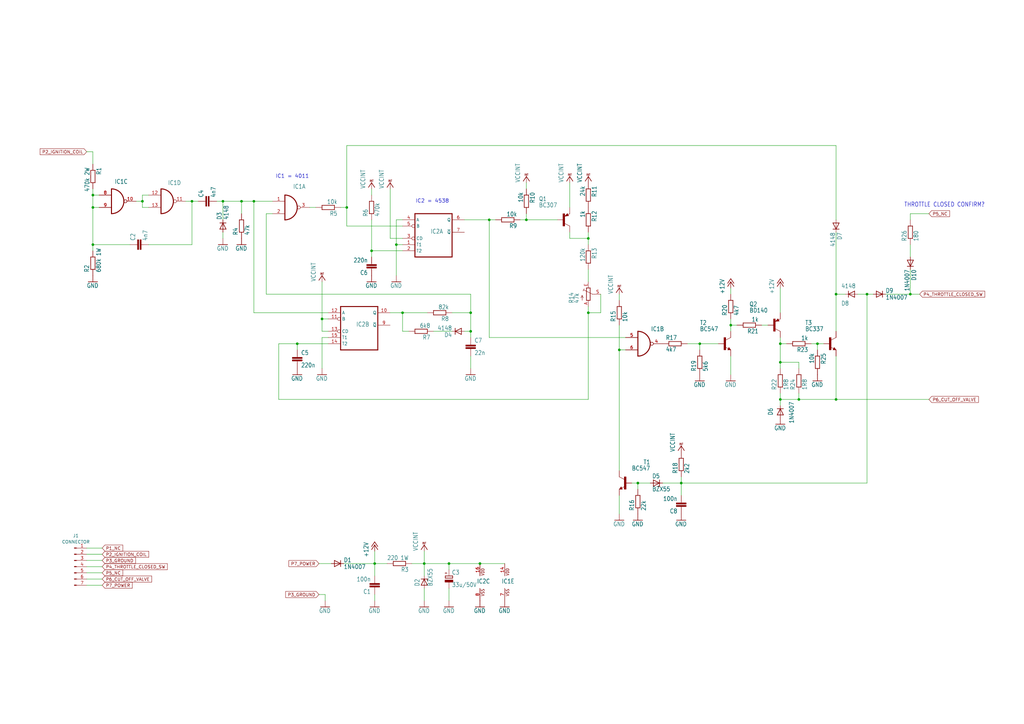
<source format=kicad_sch>
(kicad_sch (version 20231120) (generator "eeschema") (generator_version "8.0")
  (paper "A3")
  (title_block (title "CUT-OFF MODULE") (date "04.06.2018") (company "trwgQ26xxx"))
  (lib_symbols
    (symbol "Connector:Conn_01x07_Pin" (pin_names (offset 1.016) hide)
      (property "Reference" "J" (at 0 10.16 0))
      (property "Value" "Conn_01x07_Pin" (at 0 -10.16 0))
      (symbol "Conn_01x07_Pin_1_1"
        (pin passive line (at 5.08 7.62 180) (length 3.81) (name "Pin_1") (number "1"))
        (pin passive line (at 5.08 5.08 180) (length 3.81) (name "Pin_2") (number "2"))
        (pin passive line (at 5.08 2.54 180) (length 3.81) (name "Pin_3") (number "3"))
        (pin passive line (at 5.08 0 180) (length 3.81) (name "Pin_4") (number "4"))
        (pin passive line (at 5.08 -2.54 180) (length 3.81) (name "Pin_5") (number "5"))
        (pin passive line (at 5.08 -5.08 180) (length 3.81) (name "Pin_6") (number "6"))
        (pin passive line (at 5.08 -7.62 180) (length 3.81) (name "Pin_7") (number "7"))
      )
    )
    (symbol "cut_off_126p_V2-eagle-import:+12V" (power)
      (symbol "+12V_1_0"
        (pin power_in line (at 0 -2.54 90) (length 2.54) (name "+12V") (number "1"))
      )
    )
    (symbol "cut_off_126p_V2-eagle-import:4011N"
      (property "Reference" "IC" (at -1.27 -0.635 0))
      (symbol "4011N_1_0"
        (pin input line (at -7.62 2.54 0) (length 5.08) (name "I0") (number "1"))
        (pin input line (at -7.62 -2.54 0) (length 5.08) (name "I1") (number "2"))
        (pin output inverted (at 7.62 0 180) (length 5.08) (name "O") (number "3"))
      )
      (symbol "4011N_2_0"
        (pin output inverted (at 7.62 0 180) (length 5.08) (name "O") (number "4"))
        (pin input line (at -7.62 2.54 0) (length 5.08) (name "I0") (number "5"))
        (pin input line (at -7.62 -2.54 0) (length 5.08) (name "I1") (number "6"))
      )
      (symbol "4011N_3_0"
        (pin output inverted (at 7.62 0 180) (length 5.08) (name "O") (number "10"))
        (pin input line (at -7.62 2.54 0) (length 5.08) (name "I0") (number "8"))
        (pin input line (at -7.62 -2.54 0) (length 5.08) (name "I1") (number "9"))
      )
      (symbol "4011N_4_0"
        (pin output inverted (at 7.62 0 180) (length 5.08) (name "O") (number "11"))
        (pin input line (at -7.62 2.54 0) (length 5.08) (name "I0") (number "12"))
        (pin input line (at -7.62 -2.54 0) (length 5.08) (name "I1") (number "13"))
      )
      (symbol "4011N_5_0"
        (text "VDD" (at 1.905 2.54 900) (effects (font (size 1.27 1.0795)) (justify left bottom)))
        (text "VSS" (at 1.905 -5.842 900) (effects (font (size 1.27 1.0795)) (justify left bottom)))
        (pin power_in line (at 0 7.62 270) (length 5.08) (name "VDD") (number "14"))
        (pin power_in line (at 0 -7.62 90) (length 5.08) (name "VSS") (number "7"))
      )
    )
    (symbol "cut_off_126p_V2-eagle-import:4538N"
      (property "Reference" "IC" (at -1.27 -0.635 0))
      (symbol "4538N_1_0"
        (pin input line (at -12.7 -5.08 0) (length 5.08) (name "T1") (number "1"))
        (pin input line (at -12.7 -7.62 0) (length 5.08) (name "T2") (number "2"))
        (pin input inverted (at -12.7 -2.54 0) (length 5.08) (name "CD") (number "3"))
        (pin input line (at -12.7 5.08 0) (length 5.08) (name "A") (number "4"))
        (pin input inverted (at -12.7 2.54 0) (length 5.08) (name "B") (number "5"))
        (pin output line (at 12.7 5.08 180) (length 5.08) (name "Q") (number "6"))
        (pin output line (at 12.7 0 180) (length 5.08) (name "~{Q}") (number "7"))
      )
      (symbol "4538N_2_0"
        (pin output line (at 12.7 5.08 180) (length 5.08) (name "Q") (number "10"))
        (pin input inverted (at -12.7 2.54 0) (length 5.08) (name "B") (number "11"))
        (pin input line (at -12.7 5.08 0) (length 5.08) (name "A") (number "12"))
        (pin input inverted (at -12.7 -2.54 0) (length 5.08) (name "CD") (number "13"))
        (pin input line (at -12.7 -7.62 0) (length 5.08) (name "T2") (number "14"))
        (pin input line (at -12.7 -5.08 0) (length 5.08) (name "T1") (number "15"))
        (pin output line (at 12.7 0 180) (length 5.08) (name "~{Q}") (number "9"))
      )
      (symbol "4538N_3_0"
        (text "VDD" (at 1.905 2.54 900) (effects (font (size 1.27 1.0795)) (justify left bottom)))
        (text "VSS" (at 1.905 -5.842 900) (effects (font (size 1.27 1.0795)) (justify left bottom)))
        (pin power_in line (at 0 7.62 270) (length 5.08) (name "VDD") (number "16"))
        (pin power_in line (at 0 -7.62 90) (length 5.08) (name "VSS") (number "8"))
      )
    )
    (symbol "cut_off_126p_V2-eagle-import:BC307"
      (property "Reference" "Q" (at -10.16 7.62 0))
      (symbol "BC307_1_0"
        (pin passive line (at 2.54 5.08 270) (length 2.54) (name "E") (number "1"))
        (pin passive line (at -2.54 0 0) (length 2.54) (name "B") (number "2"))
        (pin passive line (at 2.54 -5.08 90) (length 2.54) (name "C") (number "3"))
      )
    )
    (symbol "cut_off_126p_V2-eagle-import:BC337"
      (property "Reference" "T" (at -10.16 7.62 0))
      (symbol "BC337_1_0"
        (pin passive line (at 2.54 -5.08 90) (length 2.54) (name "E") (number "1"))
        (pin passive line (at -2.54 0 0) (length 2.54) (name "B") (number "2"))
        (pin passive line (at 2.54 5.08 270) (length 2.54) (name "C") (number "3"))
      )
    )
    (symbol "cut_off_126p_V2-eagle-import:BC547"
      (property "Reference" "T" (at -10.16 7.62 0))
      (symbol "BC547_1_0"
        (pin passive line (at 2.54 -5.08 90) (length 2.54) (name "E") (number "1"))
        (pin passive line (at -2.54 0 0) (length 2.54) (name "B") (number "2"))
        (pin passive line (at 2.54 5.08 270) (length 2.54) (name "C") (number "3"))
      )
    )
    (symbol "cut_off_126p_V2-eagle-import:BD140"
      (property "Reference" "Q" (at -10.16 7.62 0))
      (symbol "BD140_1_0"
        (pin passive line (at 2.54 5.08 270) (length 2.54) (name "E") (number "1"))
        (pin passive line (at 2.54 -5.08 90) (length 2.54) (name "C") (number "2"))
        (pin passive line (at -2.54 0 0) (length 2.54) (name "B") (number "3"))
      )
    )
    (symbol "cut_off_126p_V2-eagle-import:BZX55"
      (property "Reference" "D" (at -1.778 1.905 0))
      (symbol "BZX55_1_0"
        (pin passive line (at -2.54 0 0) (length 2.54) (name "A") (number "A"))
        (pin passive line (at 2.54 0 180) (length 2.54) (name "C") (number "C"))
      )
    )
    (symbol "cut_off_126p_V2-eagle-import:C-EU050-025X075"
      (property "Reference" "C" (at 1.524 0.381 0))
      (symbol "C-EU050-025X075_1_0"
        (pin passive line (at 0 2.54 270) (length 2.54) (name "1") (number "1"))
        (pin passive line (at 0 -5.08 90) (length 2.54) (name "2") (number "2"))
      )
    )
    (symbol "cut_off_126p_V2-eagle-import:CPOL-EU140CLH-1014"
      (property "Reference" "C" (at 1.143 0.4826 0))
      (symbol "CPOL-EU140CLH-1014_1_0"
        (text "+" (at -0.5842 0.4064 900) (effects (font (size 1.27 1.0795)) (justify left bottom)))
        (pin passive line (at 0 2.54 270) (length 2.54) (name "+") (number "+"))
        (pin passive line (at 0 -5.08 90) (length 2.54) (name "-") (number "-"))
      )
    )
    (symbol "cut_off_126p_V2-eagle-import:DIODE1N4148"
      (property "Reference" "D" (at 2.54 0.4826 0))
      (symbol "DIODE1N4148_1_0"
        (pin passive line (at -2.54 0 0) (length 2.54) (name "A") (number "A"))
        (pin passive line (at 2.54 0 180) (length 2.54) (name "C") (number "C"))
      )
    )
    (symbol "cut_off_126p_V2-eagle-import:GND" (power)
      (symbol "GND_1_0"
        (pin power_in line (at 0 2.54 270) (length 2.54) (name "GND") (number "1"))
      )
    )
    (symbol "cut_off_126p_V2-eagle-import:R-EU_0207/10"
      (property "Reference" "R" (at -3.81 1.4986 0))
      (symbol "R-EU_0207/10_1_0"
        (pin passive line (at -5.08 0 0) (length 2.54) (name "1") (number "1"))
        (pin passive line (at 5.08 0 180) (length 2.54) (name "2") (number "2"))
      )
    )
    (symbol "cut_off_126p_V2-eagle-import:TRIM_EU-CA6H"
      (property "Reference" "R" (at -5.969 -3.81 90))
      (symbol "TRIM_EU-CA6H_1_0"
        (pin passive line (at 0 -5.08 90) (length 2.54) (name "A") (number "A"))
        (pin passive line (at 0 5.08 270) (length 2.54) (name "E") (number "E"))
        (pin passive line (at 5.08 0 180) (length 2.54) (name "S") (number "S"))
      )
    )
    (symbol "cut_off_126p_V2-eagle-import:VCCINT" (power)
      (symbol "VCCINT_1_0"
        (text "INT" (at -0.889 0.254 0) (effects (font (size 0.8128 0.6908)) (justify left bottom)))
        (pin power_in line (at 0 -2.54 90) (length 2.54) (name "VCCINT") (number "1"))
      )
    )
  )
  (junction (at 299.72 133.35))
  (junction (at 241.3 128.27))
  (junction (at 173.99 231.14))
  (junction (at 200.66 90.17))
  (junction (at 373.38 120.65))
  (junction (at 38.1 85.09))
  (junction (at 165.1 128.27))
  (junction (at 99.06 82.55))
  (junction (at 58.42 82.55))
  (junction (at 320.04 163.83))
  (junction (at 254 143.51))
  (junction (at 320.04 148.59))
  (junction (at 121.92 140.97))
  (junction (at 342.9 163.83))
  (junction (at 132.08 130.81))
  (junction (at 241.3 97.79))
  (junction (at 153.67 231.14))
  (junction (at 335.28 140.97))
  (junction (at 184.15 231.14))
  (junction (at 38.1 80.01))
  (junction (at 91.44 82.55))
  (junction (at 78.74 82.55))
  (junction (at 320.04 140.97))
  (junction (at 355.6 120.65))
  (junction (at 261.62 198.12))
  (junction (at 142.24 85.09))
  (junction (at 196.85 231.14))
  (junction (at 193.04 135.89))
  (junction (at 193.04 128.27))
  (junction (at 342.9 120.65))
  (junction (at 287.02 140.97))
  (junction (at 104.14 82.55))
  (junction (at 152.4 102.87))
  (junction (at 215.9 90.17))
  (junction (at 327.66 163.83))
  (junction (at 279.4 198.12))
  (junction (at 162.56 100.33))
  (junction (at 38.1 100.33))
  (wire (pts (xy 38.1 77.47) (xy 38.1 80.01)) (stroke (width 0.1524)))
  (wire (pts (xy 134.62 138.43) (xy 132.08 138.43)) (stroke (width 0.1524)))
  (wire (pts (xy 193.04 128.27) (xy 193.04 135.89)) (stroke (width 0.1524)))
  (wire (pts (xy 254 120.65) (xy 254 123.19)) (stroke (width 0.1524)))
  (wire (pts (xy 320.04 140.97) (xy 320.04 138.43)) (stroke (width 0.1524)))
  (wire (pts (xy 135.89 231.14) (xy 130.81 231.14)) (stroke (width 0.1524)))
  (wire (pts (xy 327.66 148.59) (xy 320.04 148.59)) (stroke (width 0.1524)))
  (wire (pts (xy 162.56 100.33) (xy 162.56 113.03)) (stroke (width 0.1524)))
  (wire (pts (xy 193.04 135.89) (xy 190.5 135.89)) (stroke (width 0.1524)))
  (wire (pts (xy 134.62 140.97) (xy 121.92 140.97)) (stroke (width 0.1524)))
  (wire (pts (xy 215.9 77.47) (xy 215.9 74.93)) (stroke (width 0.1524)))
  (wire (pts (xy 320.04 118.11) (xy 320.04 128.27)) (stroke (width 0.1524)))
  (wire (pts (xy 35.56 229.87) (xy 41.91 229.87)))
  (wire (pts (xy 104.14 82.55) (xy 104.14 128.27)) (stroke (width 0.1524)))
  (wire (pts (xy 287.02 140.97) (xy 287.02 143.51)) (stroke (width 0.1524)))
  (wire (pts (xy 373.38 110.49) (xy 373.38 120.65)) (stroke (width 0.1524)))
  (wire (pts (xy 132.08 138.43) (xy 132.08 151.13)) (stroke (width 0.1524)))
  (wire (pts (xy 38.1 62.23) (xy 35.56 62.23)) (stroke (width 0.1524)))
  (wire (pts (xy 203.2 90.17) (xy 200.66 90.17)) (stroke (width 0.1524)))
  (wire (pts (xy 177.8 135.89) (xy 185.42 135.89)) (stroke (width 0.1524)))
  (wire (pts (xy 281.94 140.97) (xy 287.02 140.97)) (stroke (width 0.1524)))
  (wire (pts (xy 175.26 128.27) (xy 165.1 128.27)) (stroke (width 0.1524)))
  (wire (pts (xy 168.91 231.14) (xy 173.99 231.14)) (stroke (width 0.1524)))
  (wire (pts (xy 279.4 198.12) (xy 355.6 198.12)) (stroke (width 0.1524)))
  (wire (pts (xy 152.4 90.17) (xy 152.4 102.87)) (stroke (width 0.1524)))
  (wire (pts (xy 91.44 82.55) (xy 99.06 82.55)) (stroke (width 0.1524)))
  (wire (pts (xy 153.67 236.22) (xy 153.67 231.14)) (stroke (width 0.1524)))
  (wire (pts (xy 114.3 163.83) (xy 114.3 140.97)) (stroke (width 0.1524)))
  (wire (pts (xy 320.04 148.59) (xy 320.04 140.97)) (stroke (width 0.1524)))
  (wire (pts (xy 55.88 82.55) (xy 58.42 82.55)) (stroke (width 0.1524)))
  (wire (pts (xy 355.6 198.12) (xy 355.6 120.65)) (stroke (width 0.1524)))
  (wire (pts (xy 60.96 85.09) (xy 58.42 85.09)) (stroke (width 0.1524)))
  (wire (pts (xy 38.1 85.09) (xy 38.1 100.33)) (stroke (width 0.1524)))
  (wire (pts (xy 139.7 85.09) (xy 142.24 85.09)) (stroke (width 0.1524)))
  (wire (pts (xy 165.1 100.33) (xy 162.56 100.33)) (stroke (width 0.1524)))
  (wire (pts (xy 241.3 163.83) (xy 114.3 163.83)) (stroke (width 0.1524)))
  (wire (pts (xy 246.38 128.27) (xy 246.38 120.65)) (stroke (width 0.1524)))
  (wire (pts (xy 38.1 62.23) (xy 38.1 67.31)) (stroke (width 0.1524)))
  (wire (pts (xy 35.56 224.79) (xy 41.91 224.79)))
  (wire (pts (xy 241.3 97.79) (xy 241.3 95.25)) (stroke (width 0.1524)))
  (wire (pts (xy 261.62 198.12) (xy 261.62 200.66)) (stroke (width 0.1524)))
  (wire (pts (xy 233.68 95.25) (xy 233.68 97.79)) (stroke (width 0.1524)))
  (wire (pts (xy 373.38 90.17) (xy 373.38 87.63)) (stroke (width 0.1524)))
  (wire (pts (xy 173.99 231.14) (xy 184.15 231.14)) (stroke (width 0.1524)))
  (wire (pts (xy 299.72 120.65) (xy 299.72 118.11)) (stroke (width 0.1524)))
  (wire (pts (xy 327.66 151.13) (xy 327.66 148.59)) (stroke (width 0.1524)))
  (wire (pts (xy 312.42 133.35) (xy 314.96 133.35)) (stroke (width 0.1524)))
  (wire (pts (xy 327.66 163.83) (xy 342.9 163.83)) (stroke (width 0.1524)))
  (wire (pts (xy 254 210.82) (xy 254 203.2)) (stroke (width 0.1524)))
  (wire (pts (xy 91.44 82.55) (xy 91.44 90.17)) (stroke (width 0.1524)))
  (wire (pts (xy 35.56 232.41) (xy 41.91 232.41)))
  (wire (pts (xy 241.3 128.27) (xy 241.3 163.83)) (stroke (width 0.1524)))
  (wire (pts (xy 35.56 234.95) (xy 41.91 234.95)))
  (wire (pts (xy 320.04 166.37) (xy 320.04 163.83)) (stroke (width 0.1524)))
  (wire (pts (xy 165.1 128.27) (xy 160.02 128.27)) (stroke (width 0.1524)))
  (wire (pts (xy 254 143.51) (xy 254 193.04)) (stroke (width 0.1524)))
  (wire (pts (xy 346.71 120.65) (xy 342.9 120.65)) (stroke (width 0.1524)))
  (wire (pts (xy 58.42 80.01) (xy 60.96 80.01)) (stroke (width 0.1524)))
  (wire (pts (xy 152.4 105.41) (xy 152.4 102.87)) (stroke (width 0.1524)))
  (wire (pts (xy 142.24 85.09) (xy 142.24 92.71)) (stroke (width 0.1524)))
  (wire (pts (xy 88.9 82.55) (xy 91.44 82.55)) (stroke (width 0.1524)))
  (wire (pts (xy 158.75 231.14) (xy 153.67 231.14)) (stroke (width 0.1524)))
  (wire (pts (xy 342.9 146.05) (xy 342.9 163.83)) (stroke (width 0.1524)))
  (wire (pts (xy 241.3 128.27) (xy 246.38 128.27)) (stroke (width 0.1524)))
  (wire (pts (xy 271.78 198.12) (xy 279.4 198.12)) (stroke (width 0.1524)))
  (wire (pts (xy 184.15 231.14) (xy 196.85 231.14)) (stroke (width 0.1524)))
  (wire (pts (xy 53.34 100.33) (xy 38.1 100.33)) (stroke (width 0.1524)))
  (wire (pts (xy 335.28 143.51) (xy 335.28 140.97)) (stroke (width 0.1524)))
  (wire (pts (xy 35.56 240.03) (xy 41.91 240.03)))
  (wire (pts (xy 299.72 133.35) (xy 299.72 135.89)) (stroke (width 0.1524)))
  (wire (pts (xy 358.14 120.65) (xy 355.6 120.65)) (stroke (width 0.1524)))
  (wire (pts (xy 165.1 102.87) (xy 152.4 102.87)) (stroke (width 0.1524)))
  (wire (pts (xy 134.62 135.89) (xy 132.08 135.89)) (stroke (width 0.1524)))
  (wire (pts (xy 302.26 133.35) (xy 299.72 133.35)) (stroke (width 0.1524)))
  (wire (pts (xy 342.9 59.69) (xy 342.9 90.17)) (stroke (width 0.1524)))
  (wire (pts (xy 165.1 92.71) (xy 142.24 92.71)) (stroke (width 0.1524)))
  (wire (pts (xy 342.9 120.65) (xy 342.9 135.89)) (stroke (width 0.1524)))
  (wire (pts (xy 233.68 74.93) (xy 233.68 85.09)) (stroke (width 0.1524)))
  (wire (pts (xy 40.64 85.09) (xy 38.1 85.09)) (stroke (width 0.1524)))
  (wire (pts (xy 173.99 246.38) (xy 173.99 241.3)) (stroke (width 0.1524)))
  (wire (pts (xy 259.08 198.12) (xy 261.62 198.12)) (stroke (width 0.1524)))
  (wire (pts (xy 38.1 80.01) (xy 38.1 85.09)) (stroke (width 0.1524)))
  (wire (pts (xy 215.9 90.17) (xy 215.9 87.63)) (stroke (width 0.1524)))
  (wire (pts (xy 58.42 85.09) (xy 58.42 82.55)) (stroke (width 0.1524)))
  (wire (pts (xy 78.74 82.55) (xy 76.2 82.55)) (stroke (width 0.1524)))
  (wire (pts (xy 153.67 231.14) (xy 153.67 226.06)) (stroke (width 0.1524)))
  (wire (pts (xy 184.15 231.14) (xy 184.15 233.68)) (stroke (width 0.1524)))
  (wire (pts (xy 35.56 237.49) (xy 41.91 237.49)))
  (wire (pts (xy 109.22 87.63) (xy 111.76 87.63)) (stroke (width 0.1524)))
  (wire (pts (xy 162.56 90.17) (xy 162.56 100.33)) (stroke (width 0.1524)))
  (wire (pts (xy 99.06 82.55) (xy 99.06 87.63)) (stroke (width 0.1524)))
  (wire (pts (xy 261.62 198.12) (xy 266.7 198.12)) (stroke (width 0.1524)))
  (wire (pts (xy 40.64 80.01) (xy 38.1 80.01)) (stroke (width 0.1524)))
  (wire (pts (xy 241.3 97.79) (xy 241.3 100.33)) (stroke (width 0.1524)))
  (wire (pts (xy 38.1 100.33) (xy 38.1 102.87)) (stroke (width 0.1524)))
  (wire (pts (xy 322.58 140.97) (xy 320.04 140.97)) (stroke (width 0.1524)))
  (wire (pts (xy 193.04 128.27) (xy 193.04 120.65)) (stroke (width 0.1524)))
  (wire (pts (xy 228.6 90.17) (xy 215.9 90.17)) (stroke (width 0.1524)))
  (wire (pts (xy 173.99 231.14) (xy 173.99 226.06)) (stroke (width 0.1524)))
  (wire (pts (xy 165.1 90.17) (xy 162.56 90.17)) (stroke (width 0.1524)))
  (wire (pts (xy 320.04 163.83) (xy 327.66 163.83)) (stroke (width 0.1524)))
  (wire (pts (xy 256.54 143.51) (xy 254 143.51)) (stroke (width 0.1524)))
  (wire (pts (xy 184.15 241.3) (xy 184.15 246.38)) (stroke (width 0.1524)))
  (wire (pts (xy 196.85 231.14) (xy 207.01 231.14)) (stroke (width 0.1524)))
  (wire (pts (xy 165.1 97.79) (xy 160.02 97.79)) (stroke (width 0.1524)))
  (wire (pts (xy 153.67 246.38) (xy 153.67 243.84)) (stroke (width 0.1524)))
  (wire (pts (xy 294.64 140.97) (xy 287.02 140.97)) (stroke (width 0.1524)))
  (wire (pts (xy 35.56 227.33) (xy 41.91 227.33)))
  (wire (pts (xy 320.04 151.13) (xy 320.04 148.59)) (stroke (width 0.1524)))
  (wire (pts (xy 337.82 140.97) (xy 335.28 140.97)) (stroke (width 0.1524)))
  (wire (pts (xy 142.24 59.69) (xy 342.9 59.69)) (stroke (width 0.1524)))
  (wire (pts (xy 327.66 163.83) (xy 327.66 161.29)) (stroke (width 0.1524)))
  (wire (pts (xy 81.28 82.55) (xy 78.74 82.55)) (stroke (width 0.1524)))
  (wire (pts (xy 279.4 203.2) (xy 279.4 198.12)) (stroke (width 0.1524)))
  (wire (pts (xy 299.72 153.67) (xy 299.72 146.05)) (stroke (width 0.1524)))
  (wire (pts (xy 373.38 87.63) (xy 381 87.63)) (stroke (width 0.1524)))
  (wire (pts (xy 133.35 246.38) (xy 133.35 243.84)) (stroke (width 0.1524)))
  (wire (pts (xy 121.92 140.97) (xy 121.92 143.51)) (stroke (width 0.1524)))
  (wire (pts (xy 91.44 97.79) (xy 91.44 95.25)) (stroke (width 0.1524)))
  (wire (pts (xy 200.66 138.43) (xy 200.66 90.17)) (stroke (width 0.1524)))
  (wire (pts (xy 373.38 105.41) (xy 373.38 100.33)) (stroke (width 0.1524)))
  (wire (pts (xy 279.4 198.12) (xy 279.4 195.58)) (stroke (width 0.1524)))
  (wire (pts (xy 193.04 120.65) (xy 109.22 120.65)) (stroke (width 0.1524)))
  (wire (pts (xy 193.04 151.13) (xy 193.04 146.05)) (stroke (width 0.1524)))
  (wire (pts (xy 160.02 97.79) (xy 160.02 77.47)) (stroke (width 0.1524)))
  (wire (pts (xy 342.9 95.25) (xy 342.9 120.65)) (stroke (width 0.1524)))
  (wire (pts (xy 133.35 243.84) (xy 130.81 243.84)) (stroke (width 0.1524)))
  (wire (pts (xy 134.62 130.81) (xy 132.08 130.81)) (stroke (width 0.1524)))
  (wire (pts (xy 373.38 120.65) (xy 377.19 120.65)) (stroke (width 0.1524)))
  (wire (pts (xy 254 143.51) (xy 254 133.35)) (stroke (width 0.1524)))
  (wire (pts (xy 213.36 90.17) (xy 215.9 90.17)) (stroke (width 0.1524)))
  (wire (pts (xy 241.3 125.73) (xy 241.3 128.27)) (stroke (width 0.1524)))
  (wire (pts (xy 109.22 120.65) (xy 109.22 87.63)) (stroke (width 0.1524)))
  (wire (pts (xy 342.9 163.83) (xy 381 163.83)) (stroke (width 0.1524)))
  (wire (pts (xy 167.64 135.89) (xy 165.1 135.89)) (stroke (width 0.1524)))
  (wire (pts (xy 104.14 128.27) (xy 134.62 128.27)) (stroke (width 0.1524)))
  (wire (pts (xy 320.04 161.29) (xy 320.04 163.83)) (stroke (width 0.1524)))
  (wire (pts (xy 173.99 236.22) (xy 173.99 231.14)) (stroke (width 0.1524)))
  (wire (pts (xy 129.54 85.09) (xy 127 85.09)) (stroke (width 0.1524)))
  (wire (pts (xy 114.3 140.97) (xy 121.92 140.97)) (stroke (width 0.1524)))
  (wire (pts (xy 142.24 85.09) (xy 142.24 59.69)) (stroke (width 0.1524)))
  (wire (pts (xy 256.54 138.43) (xy 200.66 138.43)) (stroke (width 0.1524)))
  (wire (pts (xy 111.76 82.55) (xy 104.14 82.55)) (stroke (width 0.1524)))
  (wire (pts (xy 140.97 231.14) (xy 153.67 231.14)) (stroke (width 0.1524)))
  (wire (pts (xy 132.08 135.89) (xy 132.08 130.81)) (stroke (width 0.1524)))
  (wire (pts (xy 132.08 130.81) (xy 132.08 115.57)) (stroke (width 0.1524)))
  (wire (pts (xy 335.28 140.97) (xy 332.74 140.97)) (stroke (width 0.1524)))
  (wire (pts (xy 299.72 130.81) (xy 299.72 133.35)) (stroke (width 0.1524)))
  (wire (pts (xy 241.3 115.57) (xy 241.3 110.49)) (stroke (width 0.1524)))
  (wire (pts (xy 200.66 90.17) (xy 190.5 90.17)) (stroke (width 0.1524)))
  (wire (pts (xy 193.04 138.43) (xy 193.04 135.89)) (stroke (width 0.1524)))
  (wire (pts (xy 58.42 82.55) (xy 58.42 80.01)) (stroke (width 0.1524)))
  (wire (pts (xy 185.42 128.27) (xy 193.04 128.27)) (stroke (width 0.1524)))
  (wire (pts (xy 152.4 77.47) (xy 152.4 80.01)) (stroke (width 0.1524)))
  (wire (pts (xy 60.96 100.33) (xy 78.74 100.33)) (stroke (width 0.1524)))
  (wire (pts (xy 165.1 135.89) (xy 165.1 128.27)) (stroke (width 0.1524)))
  (wire (pts (xy 363.22 120.65) (xy 373.38 120.65)) (stroke (width 0.1524)))
  (wire (pts (xy 355.6 120.65) (xy 351.79 120.65)) (stroke (width 0.1524)))
  (wire (pts (xy 99.06 82.55) (xy 104.14 82.55)) (stroke (width 0.1524)))
  (wire (pts (xy 78.74 100.33) (xy 78.74 82.55)) (stroke (width 0.1524)))
  (wire (pts (xy 233.68 97.79) (xy 241.3 97.79)) (stroke (width 0.1524)))
  (text "THROTTLE CLOSED CONFIRM?" (at 370.84 85.09 0) (effects (font (size 1.778 1.5113)) (justify left bottom)))
  (text "IC1 = 4011" (at 119.888 72.39 0) (effects (font (size 1.5113 1.5113))))
  (text "IC2 = 4538" (at 177.292 82.55 0) (effects (font (size 1.5113 1.5113))))
  (global_label "P3_GROUND" (shape input) (at 41.91 229.87 0) (property "Intersheetrefs" "${INTERSHEET_REFS}" (effects (hide yes))))
  (global_label "P4_THROTTLE_CLOSED_SW" (shape input) (at 41.91 232.41 0) (property "Intersheetrefs" "${INTERSHEET_REFS}" (effects (hide yes))))
  (global_label "P5_NC" (shape input) (at 381 87.63 0) (property "Intersheetrefs" "${INTERSHEET_REFS}" (effects (hide yes))))
  (global_label "P6_CUT_OFF_VALVE" (shape input) (at 41.91 237.49 0) (property "Intersheetrefs" "${INTERSHEET_REFS}" (effects (hide yes))))
  (global_label "P5_NC" (shape input) (at 41.91 234.95 0) (property "Intersheetrefs" "${INTERSHEET_REFS}" (effects (hide yes))))
  (global_label "P2_IGNITION_COIL" (shape input) (at 41.91 227.33 0) (property "Intersheetrefs" "${INTERSHEET_REFS}" (effects (hide yes))))
  (global_label "P3_GROUND" (shape input) (at 130.81 243.84 180) (property "Intersheetrefs" "${INTERSHEET_REFS}" (effects (hide yes))))
  (global_label "P4_THROTTLE_CLOSED_SW" (shape input) (at 377.19 120.65 0) (property "Intersheetrefs" "${INTERSHEET_REFS}" (effects (hide yes))))
  (global_label "P6_CUT_OFF_VALVE" (shape input) (at 381 163.83 0) (property "Intersheetrefs" "${INTERSHEET_REFS}" (effects (hide yes))))
  (global_label "P1_NC" (shape input) (at 41.91 224.79 0) (property "Intersheetrefs" "${INTERSHEET_REFS}" (effects (hide yes))))
  (global_label "P7_POWER" (shape input) (at 130.81 231.14 180) (property "Intersheetrefs" "${INTERSHEET_REFS}" (effects (hide yes))))
  (global_label "P7_POWER" (shape input) (at 41.91 240.03 0) (property "Intersheetrefs" "${INTERSHEET_REFS}" (effects (hide yes))))
  (global_label "P2_IGNITION_COIL" (shape input) (at 35.56 62.23 180) (property "Intersheetrefs" "${INTERSHEET_REFS}" (effects (hide yes))))
  (symbol (lib_id "cut_off_126p_V2-eagle-import:R-EU_0207/10") (at 38.1 72.39 270) (unit 1)
    (property "Reference" "R1" (at 39.5986 68.58 0) (effects (font (size 1.778 1.5113)) (justify left bottom)))
    (property "Value" "470k 2W" (at 34.798 68.58 0) (effects (font (size 1.778 1.5113)) (justify left bottom)))
    (property "Footprint" "cut_off_126p_V2:0207_10" (effects (hide yes)))
  )
  (symbol (lib_id "cut_off_126p_V2-eagle-import:R-EU_0207/10") (at 215.9 82.55 270) (unit 1)
    (property "Reference" "R10" (at 217.3986 78.74 0) (effects (font (size 1.778 1.5113)) (justify left bottom)))
    (property "Value" "10k" (at 212.598 78.74 0) (effects (font (size 1.778 1.5113)) (justify left bottom)))
    (property "Footprint" "cut_off_126p_V2:0207_10" (effects (hide yes)))
  )
  (symbol (lib_id "cut_off_126p_V2-eagle-import:+12V") (at 153.67 223.52 0) (unit 1)
    (property "Reference" "#P+01" (effects (hide yes)))
    (property "Value" "+12V" (at 151.13 228.6 90) (effects (font (size 1.778 1.5113)) (justify left bottom)))
  )
  (symbol (lib_id "cut_off_126p_V2-eagle-import:VCCINT") (at 241.3 72.39 0) (unit 1)
    (property "Reference" "#VCC07" (effects (hide yes)))
    (property "Value" "VCCINT" (at 238.76 74.93 90) (effects (font (size 1.778 1.5113)) (justify left bottom)))
  )
  (symbol (lib_id "cut_off_126p_V2-eagle-import:VCCINT") (at 233.68 72.39 0) (unit 1)
    (property "Reference" "#VCC06" (effects (hide yes)))
    (property "Value" "VCCINT" (at 231.14 74.93 90) (effects (font (size 1.778 1.5113)) (justify left bottom)))
  )
  (symbol (lib_id "cut_off_126p_V2-eagle-import:4011N") (at 68.58 82.55 0) (unit 4)
    (property "Reference" "IC1" (at 68.834 75.946 0) (effects (font (size 1.778 1.5113)) (justify left bottom)))
    (property "Value" "4011N" (effects (hide yes)))
    (property "Footprint" "cut_off_126p_V2:DIL14" (effects (hide yes)))
  )
  (symbol (lib_id "cut_off_126p_V2-eagle-import:GND") (at 152.4 115.57 0) (unit 1)
    (property "Reference" "#GND012" (effects (hide yes)))
    (property "Value" "GND" (at 149.86 118.11 0) (effects (font (size 1.778 1.5113)) (justify left bottom)))
  )
  (symbol (lib_id "cut_off_126p_V2-eagle-import:GND") (at 193.04 153.67 0) (unit 1)
    (property "Reference" "#GND014" (effects (hide yes)))
    (property "Value" "GND" (at 190.5 156.21 0) (effects (font (size 1.778 1.5113)) (justify left bottom)))
  )
  (symbol (lib_id "cut_off_126p_V2-eagle-import:4011N") (at 207.01 238.76 0) (unit 5)
    (property "Reference" "IC1" (at 205.74 239.395 0) (effects (font (size 1.778 1.5113)) (justify left bottom)))
    (property "Value" "4011N" (effects (hide yes)))
    (property "Footprint" "cut_off_126p_V2:DIL14" (effects (hide yes)))
  )
  (symbol (lib_id "cut_off_126p_V2-eagle-import:4011N") (at 48.26 82.55 0) (unit 3)
    (property "Reference" "IC1" (at 46.99 75.438 0) (effects (font (size 1.778 1.5113)) (justify left bottom)))
    (property "Value" "4011N" (effects (hide yes)))
    (property "Footprint" "cut_off_126p_V2:DIL14" (effects (hide yes)))
  )
  (symbol (lib_id "cut_off_126p_V2-eagle-import:GND") (at 162.56 115.57 0) (unit 1)
    (property "Reference" "#GND013" (effects (hide yes)))
    (property "Value" "GND" (at 160.02 118.11 0) (effects (font (size 1.778 1.5113)) (justify left bottom)))
  )
  (symbol (lib_id "cut_off_126p_V2-eagle-import:R-EU_0207/10") (at 134.62 85.09 180) (unit 1)
    (property "Reference" "R5" (at 138.43 86.5886 0) (effects (font (size 1.778 1.5113)) (justify left bottom)))
    (property "Value" "10k" (at 138.43 81.788 0) (effects (font (size 1.778 1.5113)) (justify left bottom)))
    (property "Footprint" "cut_off_126p_V2:0207_10" (effects (hide yes)))
  )
  (symbol (lib_id "cut_off_126p_V2-eagle-import:GND") (at 279.4 213.36 0) (unit 1)
    (property "Reference" "#GND017" (effects (hide yes)))
    (property "Value" "GND" (at 276.86 215.9 0) (effects (font (size 1.778 1.5113)) (justify left bottom)))
  )
  (symbol (lib_id "cut_off_126p_V2-eagle-import:R-EU_0207/10") (at 320.04 156.21 90) (unit 1)
    (property "Reference" "R22" (at 318.5414 160.02 0) (effects (font (size 1.778 1.5113)) (justify left bottom)))
    (property "Value" "1R8" (at 323.342 160.02 0) (effects (font (size 1.778 1.5113)) (justify left bottom)))
    (property "Footprint" "cut_off_126p_V2:0207_10" (effects (hide yes)))
  )
  (symbol (lib_id "cut_off_126p_V2-eagle-import:GND") (at 287.02 156.21 0) (unit 1)
    (property "Reference" "#GND018" (effects (hide yes)))
    (property "Value" "GND" (at 284.48 158.75 0) (effects (font (size 1.778 1.5113)) (justify left bottom)))
  )
  (symbol (lib_id "cut_off_126p_V2-eagle-import:GND") (at 173.99 248.92 0) (unit 1)
    (property "Reference" "#GND04" (effects (hide yes)))
    (property "Value" "GND" (at 171.45 251.46 0) (effects (font (size 1.778 1.5113)) (justify left bottom)))
  )
  (symbol (lib_id "cut_off_126p_V2-eagle-import:C-EU050-025X075") (at 83.82 82.55 90) (unit 1)
    (property "Reference" "C4" (at 83.439 81.026 0) (effects (font (size 1.778 1.5113)) (justify left bottom)))
    (property "Value" "4n7" (at 88.519 81.026 0) (effects (font (size 1.778 1.5113)) (justify left bottom)))
    (property "Footprint" "cut_off_126p_V2:C050-025X075" (effects (hide yes)))
  )
  (symbol (lib_id "cut_off_126p_V2-eagle-import:VCCINT") (at 215.9 72.39 0) (unit 1)
    (property "Reference" "#VCC05" (effects (hide yes)))
    (property "Value" "VCCINT" (at 213.36 74.93 90) (effects (font (size 1.778 1.5113)) (justify left bottom)))
  )
  (symbol (lib_id "cut_off_126p_V2-eagle-import:R-EU_0207/10") (at 241.3 90.17 270) (unit 1)
    (property "Reference" "R12" (at 242.7986 86.36 0) (effects (font (size 1.778 1.5113)) (justify left bottom)))
    (property "Value" "1k" (at 237.998 86.36 0) (effects (font (size 1.778 1.5113)) (justify left bottom)))
    (property "Footprint" "cut_off_126p_V2:0207_10" (effects (hide yes)))
  )
  (symbol (lib_id "cut_off_126p_V2-eagle-import:R-EU_0207/10") (at 208.28 90.17 180) (unit 1)
    (property "Reference" "R9" (at 212.09 91.6686 0) (effects (font (size 1.778 1.5113)) (justify left bottom)))
    (property "Value" "10k" (at 212.09 86.868 0) (effects (font (size 1.778 1.5113)) (justify left bottom)))
    (property "Footprint" "cut_off_126p_V2:0207_10" (effects (hide yes)))
  )
  (symbol (lib_id "cut_off_126p_V2-eagle-import:DIODE1N4148") (at 91.44 92.71 90) (unit 1)
    (property "Reference" "D3" (at 90.9574 90.17 0) (effects (font (size 1.778 1.5113)) (justify left bottom)))
    (property "Value" "4148" (at 93.7514 90.17 0) (effects (font (size 1.778 1.5113)) (justify left bottom)))
    (property "Footprint" "cut_off_126p_V2:DIODE-1N4148" (effects (hide yes)))
  )
  (symbol (lib_id "cut_off_126p_V2-eagle-import:C-EU050-025X075") (at 152.4 110.49 180) (unit 1)
    (property "Reference" "C6" (at 150.876 110.871 0) (effects (font (size 1.778 1.5113)) (justify left bottom)))
    (property "Value" "220n" (at 150.876 105.791 0) (effects (font (size 1.778 1.5113)) (justify left bottom)))
    (property "Footprint" "cut_off_126p_V2:C050-025X075" (effects (hide yes)))
  )
  (symbol (lib_id "cut_off_126p_V2-eagle-import:GND") (at 196.85 248.92 0) (unit 1)
    (property "Reference" "#GND06" (effects (hide yes)))
    (property "Value" "GND" (at 194.31 251.46 0) (effects (font (size 1.778 1.5113)) (justify left bottom)))
  )
  (symbol (lib_id "cut_off_126p_V2-eagle-import:GND") (at 153.67 248.92 0) (unit 1)
    (property "Reference" "#GND03" (effects (hide yes)))
    (property "Value" "GND" (at 151.13 251.46 0) (effects (font (size 1.778 1.5113)) (justify left bottom)))
  )
  (symbol (lib_id "cut_off_126p_V2-eagle-import:GND") (at 91.44 100.33 0) (unit 1)
    (property "Reference" "#GND07" (effects (hide yes)))
    (property "Value" "GND" (at 88.9 102.87 0) (effects (font (size 1.778 1.5113)) (justify left bottom)))
  )
  (symbol (lib_id "cut_off_126p_V2-eagle-import:GND") (at 207.01 248.92 0) (unit 1)
    (property "Reference" "#GND09" (effects (hide yes)))
    (property "Value" "GND" (at 204.47 251.46 0) (effects (font (size 1.778 1.5113)) (justify left bottom)))
  )
  (symbol (lib_id "cut_off_126p_V2-eagle-import:R-EU_0207/10") (at 261.62 205.74 90) (unit 1)
    (property "Reference" "R16" (at 260.1214 209.55 0) (effects (font (size 1.778 1.5113)) (justify left bottom)))
    (property "Value" "22k" (at 264.922 209.55 0) (effects (font (size 1.778 1.5113)) (justify left bottom)))
    (property "Footprint" "cut_off_126p_V2:0207_10" (effects (hide yes)))
  )
  (symbol (lib_id "cut_off_126p_V2-eagle-import:CPOL-EU140CLH-1014") (at 184.15 236.22 0) (unit 1)
    (property "Reference" "C3" (at 185.293 235.7374 0) (effects (font (size 1.778 1.5113)) (justify left bottom)))
    (property "Value" "33u/50V" (at 185.293 240.8174 0) (effects (font (size 1.778 1.5113)) (justify left bottom)))
    (property "Footprint" "cut_off_126p_V2:140CLH-1014" (effects (hide yes)))
  )
  (symbol (lib_id "cut_off_126p_V2-eagle-import:R-EU_0207/10") (at 299.72 125.73 90) (unit 1)
    (property "Reference" "R20" (at 298.2214 129.54 0) (effects (font (size 1.778 1.5113)) (justify left bottom)))
    (property "Value" "4k7" (at 303.022 129.54 0) (effects (font (size 1.778 1.5113)) (justify left bottom)))
    (property "Footprint" "cut_off_126p_V2:0207_10" (effects (hide yes)))
  )
  (symbol (lib_id "cut_off_126p_V2-eagle-import:4011N") (at 119.38 85.09 0) (unit 1)
    (property "Reference" "IC1" (at 120.142 77.47 0) (effects (font (size 1.778 1.5113)) (justify left bottom)))
    (property "Value" "4011N" (effects (hide yes)))
    (property "Footprint" "cut_off_126p_V2:DIL14" (effects (hide yes)))
  )
  (symbol (lib_id "cut_off_126p_V2-eagle-import:GND") (at 99.06 100.33 0) (unit 1)
    (property "Reference" "#GND08" (effects (hide yes)))
    (property "Value" "GND" (at 96.52 102.87 0) (effects (font (size 1.778 1.5113)) (justify left bottom)))
  )
  (symbol (lib_id "cut_off_126p_V2-eagle-import:DIODE1N4148") (at 349.25 120.65 180) (unit 1)
    (property "Reference" "D8" (at 348.234 123.444 0) (effects (font (size 1.778 1.5113)) (justify left bottom)))
    (property "Value" "4148" (at 351.028 116.332 0) (effects (font (size 1.778 1.5113)) (justify left bottom)))
    (property "Footprint" "cut_off_126p_V2:DIODE-1N4148" (effects (hide yes)))
  )
  (symbol (lib_id "cut_off_126p_V2-eagle-import:R-EU_0207/10") (at 163.83 231.14 180) (unit 1)
    (property "Reference" "R3" (at 167.64 232.6386 0) (effects (font (size 1.778 1.5113)) (justify left bottom)))
    (property "Value" "220 1W" (at 167.64 227.838 0) (effects (font (size 1.778 1.5113)) (justify left bottom)))
    (property "Footprint" "cut_off_126p_V2:0207_10" (effects (hide yes)))
  )
  (symbol (lib_id "cut_off_126p_V2-eagle-import:VCCINT") (at 132.08 113.03 0) (unit 1)
    (property "Reference" "#VCC02" (effects (hide yes)))
    (property "Value" "VCCINT" (at 129.54 115.57 90) (effects (font (size 1.778 1.5113)) (justify left bottom)))
  )
  (symbol (lib_id "cut_off_126p_V2-eagle-import:GND") (at 335.28 156.21 0) (unit 1)
    (property "Reference" "#GND021" (effects (hide yes)))
    (property "Value" "GND" (at 332.74 158.75 0) (effects (font (size 1.778 1.5113)) (justify left bottom)))
  )
  (symbol (lib_id "cut_off_126p_V2-eagle-import:VCCINT") (at 254 118.11 0) (unit 1)
    (property "Reference" "#VCC08" (effects (hide yes)))
    (property "Value" "VCCINT" (at 251.46 120.65 90) (effects (font (size 1.778 1.5113)) (justify left bottom)))
  )
  (symbol (lib_id "cut_off_126p_V2-eagle-import:+12V") (at 320.04 115.57 0) (unit 1)
    (property "Reference" "#P+03" (effects (hide yes)))
    (property "Value" "+12V" (at 317.5 120.65 90) (effects (font (size 1.778 1.5113)) (justify left bottom)))
  )
  (symbol (lib_id "cut_off_126p_V2-eagle-import:BZX55") (at 269.24 198.12 0) (unit 1)
    (property "Reference" "D5" (at 267.462 196.215 0) (effects (font (size 1.778 1.5113)) (justify left bottom)))
    (property "Value" "BZX55" (at 267.462 201.549 0) (effects (font (size 1.778 1.5113)) (justify left bottom)))
    (property "Footprint" "cut_off_126p_V2:DO35Z10" (effects (hide yes)))
  )
  (symbol (lib_id "cut_off_126p_V2-eagle-import:R-EU_0207/10") (at 254 128.27 90) (unit 1)
    (property "Reference" "R15" (at 252.5014 132.08 0) (effects (font (size 1.778 1.5113)) (justify left bottom)))
    (property "Value" "10k" (at 257.302 132.08 0) (effects (font (size 1.778 1.5113)) (justify left bottom)))
    (property "Footprint" "cut_off_126p_V2:0207_10" (effects (hide yes)))
  )
  (symbol (lib_id "cut_off_126p_V2-eagle-import:DIODE1N4148") (at 138.43 231.14 0) (unit 1)
    (property "Reference" "D1" (at 140.97 230.6574 0) (effects (font (size 1.778 1.5113)) (justify left bottom)))
    (property "Value" "1N4007" (at 140.97 233.4514 0) (effects (font (size 1.778 1.5113)) (justify left bottom)))
    (property "Footprint" "cut_off_126p_V2:DIODE-1N4148" (effects (hide yes)))
  )
  (symbol (lib_id "cut_off_126p_V2-eagle-import:DIODE1N4148") (at 320.04 168.91 90) (unit 1)
    (property "Reference" "D6" (at 316.992 170.434 0) (effects (font (size 1.778 1.5113)) (justify left bottom)))
    (property "Value" "1N4007" (at 325.628 173.736 0) (effects (font (size 1.778 1.5113)) (justify left bottom)))
    (property "Footprint" "cut_off_126p_V2:DIODE-1N4148" (effects (hide yes)))
  )
  (symbol (lib_id "cut_off_126p_V2-eagle-import:4538N") (at 147.32 133.35 0) (unit 2)
    (property "Reference" "IC2" (at 146.05 133.985 0) (effects (font (size 1.778 1.5113)) (justify left bottom)))
    (property "Value" "4538N" (effects (hide yes)))
    (property "Footprint" "cut_off_126p_V2:DIL16" (effects (hide yes)))
  )
  (symbol (lib_id "cut_off_126p_V2-eagle-import:GND") (at 299.72 156.21 0) (unit 1)
    (property "Reference" "#GND019" (effects (hide yes)))
    (property "Value" "GND" (at 297.18 158.75 0) (effects (font (size 1.778 1.5113)) (justify left bottom)))
  )
  (symbol (lib_id "cut_off_126p_V2-eagle-import:BC307") (at 231.14 90.17 0) (unit 1)
    (property "Reference" "Q1" (at 220.98 82.55 0) (effects (font (size 1.778 1.5113)) (justify left bottom)))
    (property "Value" "BC307" (at 220.98 85.09 0) (effects (font (size 1.778 1.5113)) (justify left bottom)))
    (property "Footprint" "cut_off_126p_V2:TO92" (effects (hide yes)))
  )
  (symbol (lib_id "cut_off_126p_V2-eagle-import:GND") (at 254 213.36 0) (unit 1)
    (property "Reference" "#GND015" (effects (hide yes)))
    (property "Value" "GND" (at 251.46 215.9 0) (effects (font (size 1.778 1.5113)) (justify left bottom)))
  )
  (symbol (lib_id "cut_off_126p_V2-eagle-import:TRIM_EU-CA6H") (at 241.3 120.65 0) (unit 1)
    (property "Reference" "R14" (at 235.331 124.46 90) (effects (font (size 1.778 1.5113)) (justify left bottom)))
    (property "Value" "47k" (at 237.49 124.46 90) (effects (font (size 1.778 1.5113)) (justify left bottom)))
    (property "Footprint" "cut_off_126p_V2:CA6H" (effects (hide yes)))
  )
  (symbol (lib_id "cut_off_126p_V2-eagle-import:DIODE1N4148") (at 373.38 107.95 270) (unit 1)
    (property "Reference" "D10" (at 373.8626 110.49 0) (effects (font (size 1.778 1.5113)) (justify left bottom)))
    (property "Value" "1N4007" (at 371.0686 110.49 0) (effects (font (size 1.778 1.5113)) (justify left bottom)))
    (property "Footprint" "cut_off_126p_V2:DIODE-1N4148" (effects (hide yes)))
  )
  (symbol (lib_id "cut_off_126p_V2-eagle-import:R-EU_0207/10") (at 38.1 107.95 90) (unit 1)
    (property "Reference" "R2" (at 36.6014 111.76 0) (effects (font (size 1.778 1.5113)) (justify left bottom)))
    (property "Value" "680k 1W" (at 41.402 111.76 0) (effects (font (size 1.778 1.5113)) (justify left bottom)))
    (property "Footprint" "cut_off_126p_V2:0207_10" (effects (hide yes)))
  )
  (symbol (lib_id "cut_off_126p_V2-eagle-import:VCCINT") (at 279.4 182.88 0) (unit 1)
    (property "Reference" "#VCC09" (effects (hide yes)))
    (property "Value" "VCCINT" (at 276.86 185.42 90) (effects (font (size 1.778 1.5113)) (justify left bottom)))
  )
  (symbol (lib_id "Connector:Conn_01x07_Pin") (at 30.48 232.41 0) (unit 1)
    (property "Reference" "J1" (at 31.115 219.71 0))
    (property "Value" "CONNECTOR" (at 31.115 222.25 0))
    (property "Description" "Generic connector, single row, 01x07, script generated" (effects (hide yes)))
  )
  (symbol (lib_id "cut_off_126p_V2-eagle-import:BC547") (at 297.18 140.97 0) (unit 1)
    (property "Reference" "T2" (at 287.02 133.35 0) (effects (font (size 1.778 1.5113)) (justify left bottom)))
    (property "Value" "BC547" (at 287.02 135.89 0) (effects (font (size 1.778 1.5113)) (justify left bottom)))
    (property "Footprint" "cut_off_126p_V2:TO92" (effects (hide yes)))
  )
  (symbol (lib_id "cut_off_126p_V2-eagle-import:R-EU_0207/10") (at 327.66 156.21 90) (unit 1)
    (property "Reference" "R24" (at 326.1614 160.02 0) (effects (font (size 1.778 1.5113)) (justify left bottom)))
    (property "Value" "1R8" (at 330.962 160.02 0) (effects (font (size 1.778 1.5113)) (justify left bottom)))
    (property "Footprint" "cut_off_126p_V2:0207_10" (effects (hide yes)))
  )
  (symbol (lib_id "cut_off_126p_V2-eagle-import:R-EU_0207/10") (at 276.86 140.97 0) (unit 1)
    (property "Reference" "R17" (at 273.05 139.4714 0) (effects (font (size 1.778 1.5113)) (justify left bottom)))
    (property "Value" "4k7" (at 273.05 144.272 0) (effects (font (size 1.778 1.5113)) (justify left bottom)))
    (property "Footprint" "cut_off_126p_V2:0207_10" (effects (hide yes)))
  )
  (symbol (lib_id "cut_off_126p_V2-eagle-import:R-EU_0207/10") (at 327.66 140.97 180) (unit 1)
    (property "Reference" "R23" (at 331.47 142.4686 0) (effects (font (size 1.778 1.5113)) (justify left bottom)))
    (property "Value" "1k" (at 331.47 137.668 0) (effects (font (size 1.778 1.5113)) (justify left bottom)))
    (property "Footprint" "cut_off_126p_V2:0207_10" (effects (hide yes)))
  )
  (symbol (lib_id "cut_off_126p_V2-eagle-import:BD140") (at 317.5 133.35 0) (unit 1)
    (property "Reference" "Q2" (at 307.34 125.73 0) (effects (font (size 1.778 1.5113)) (justify left bottom)))
    (property "Value" "BD140" (at 307.34 128.27 0) (effects (font (size 1.778 1.5113)) (justify left bottom)))
    (property "Footprint" "cut_off_126p_V2:TO126" (effects (hide yes)))
  )
  (symbol (lib_id "cut_off_126p_V2-eagle-import:GND") (at 261.62 213.36 0) (unit 1)
    (property "Reference" "#GND016" (effects (hide yes)))
    (property "Value" "GND" (at 259.08 215.9 0) (effects (font (size 1.778 1.5113)) (justify left bottom)))
  )
  (symbol (lib_id "cut_off_126p_V2-eagle-import:R-EU_0207/10") (at 279.4 190.5 90) (unit 1)
    (property "Reference" "R18" (at 277.9014 194.31 0) (effects (font (size 1.778 1.5113)) (justify left bottom)))
    (property "Value" "2k2" (at 282.702 194.31 0) (effects (font (size 1.778 1.5113)) (justify left bottom)))
    (property "Footprint" "cut_off_126p_V2:0207_10" (effects (hide yes)))
  )
  (symbol (lib_id "cut_off_126p_V2-eagle-import:R-EU_0207/10") (at 241.3 105.41 270) (unit 1)
    (property "Reference" "R13" (at 242.7986 101.6 0) (effects (font (size 1.778 1.5113)) (justify left bottom)))
    (property "Value" "120k" (at 237.998 101.6 0) (effects (font (size 1.778 1.5113)) (justify left bottom)))
    (property "Footprint" "cut_off_126p_V2:0207_10" (effects (hide yes)))
  )
  (symbol (lib_id "cut_off_126p_V2-eagle-import:BZX55") (at 173.99 238.76 90) (unit 1)
    (property "Reference" "D2" (at 172.085 240.538 0) (effects (font (size 1.778 1.5113)) (justify left bottom)))
    (property "Value" "BZX55" (at 177.419 240.538 0) (effects (font (size 1.778 1.5113)) (justify left bottom)))
    (property "Footprint" "cut_off_126p_V2:DO35Z10" (effects (hide yes)))
  )
  (symbol (lib_id "cut_off_126p_V2-eagle-import:BC547") (at 256.54 198.12 0) (mirror y) (unit 1)
    (property "Reference" "T1" (at 266.7 190.5 0) (effects (font (size 1.778 1.5113)) (justify left bottom)))
    (property "Value" "BC547" (at 266.7 193.04 0) (effects (font (size 1.778 1.5113)) (justify left bottom)))
    (property "Footprint" "cut_off_126p_V2:TO92" (effects (hide yes)))
  )
  (symbol (lib_id "cut_off_126p_V2-eagle-import:DIODE1N4148") (at 360.68 120.65 0) (unit 1)
    (property "Reference" "D9" (at 363.22 120.1674 0) (effects (font (size 1.778 1.5113)) (justify left bottom)))
    (property "Value" "1N4007" (at 363.22 122.9614 0) (effects (font (size 1.778 1.5113)) (justify left bottom)))
    (property "Footprint" "cut_off_126p_V2:DIODE-1N4148" (effects (hide yes)))
  )
  (symbol (lib_id "cut_off_126p_V2-eagle-import:BC337") (at 340.36 140.97 0) (unit 1)
    (property "Reference" "T3" (at 330.2 133.35 0) (effects (font (size 1.778 1.5113)) (justify left bottom)))
    (property "Value" "BC337" (at 330.2 135.89 0) (effects (font (size 1.778 1.5113)) (justify left bottom)))
    (property "Footprint" "cut_off_126p_V2:TO92" (effects (hide yes)))
  )
  (symbol (lib_id "cut_off_126p_V2-eagle-import:+12V") (at 299.72 115.57 0) (unit 1)
    (property "Reference" "#P+02" (effects (hide yes)))
    (property "Value" "+12V" (at 297.18 120.65 90) (effects (font (size 1.778 1.5113)) (justify left bottom)))
  )
  (symbol (lib_id "cut_off_126p_V2-eagle-import:R-EU_0207/10") (at 307.34 133.35 180) (unit 1)
    (property "Reference" "R21" (at 311.15 134.8486 0) (effects (font (size 1.778 1.5113)) (justify left bottom)))
    (property "Value" "1k" (at 311.15 130.048 0) (effects (font (size 1.778 1.5113)) (justify left bottom)))
    (property "Footprint" "cut_off_126p_V2:0207_10" (effects (hide yes)))
  )
  (symbol (lib_id "cut_off_126p_V2-eagle-import:R-EU_0207/10") (at 99.06 92.71 90) (unit 1)
    (property "Reference" "R4" (at 97.5614 96.52 0) (effects (font (size 1.778 1.5113)) (justify left bottom)))
    (property "Value" "47k" (at 102.362 96.52 0) (effects (font (size 1.778 1.5113)) (justify left bottom)))
    (property "Footprint" "cut_off_126p_V2:0207_10" (effects (hide yes)))
  )
  (symbol (lib_id "cut_off_126p_V2-eagle-import:R-EU_0207/10") (at 335.28 148.59 270) (unit 1)
    (property "Reference" "R25" (at 336.7786 144.78 0) (effects (font (size 1.778 1.5113)) (justify left bottom)))
    (property "Value" "10k" (at 331.978 144.78 0) (effects (font (size 1.778 1.5113)) (justify left bottom)))
    (property "Footprint" "cut_off_126p_V2:0207_10" (effects (hide yes)))
  )
  (symbol (lib_id "cut_off_126p_V2-eagle-import:R-EU_0207/10") (at 180.34 128.27 180) (unit 1)
    (property "Reference" "R8" (at 184.15 129.7686 0) (effects (font (size 1.778 1.5113)) (justify left bottom)))
    (property "Value" "82k" (at 184.15 124.968 0) (effects (font (size 1.778 1.5113)) (justify left bottom)))
    (property "Footprint" "cut_off_126p_V2:0207_10" (effects (hide yes)))
  )
  (symbol (lib_id "cut_off_126p_V2-eagle-import:GND") (at 132.08 153.67 0) (unit 1)
    (property "Reference" "#GND011" (effects (hide yes)))
    (property "Value" "GND" (at 129.54 156.21 0) (effects (font (size 1.778 1.5113)) (justify left bottom)))
  )
  (symbol (lib_id "cut_off_126p_V2-eagle-import:C-EU050-025X075") (at 279.4 208.28 180) (unit 1)
    (property "Reference" "C8" (at 277.876 208.661 0) (effects (font (size 1.778 1.5113)) (justify left bottom)))
    (property "Value" "100n" (at 277.876 203.581 0) (effects (font (size 1.778 1.5113)) (justify left bottom)))
    (property "Footprint" "cut_off_126p_V2:C050-025X075" (effects (hide yes)))
  )
  (symbol (lib_id "cut_off_126p_V2-eagle-import:GND") (at 38.1 115.57 0) (unit 1)
    (property "Reference" "#GND02" (effects (hide yes)))
    (property "Value" "GND" (at 35.56 118.11 0) (effects (font (size 1.778 1.5113)) (justify left bottom)))
  )
  (symbol (lib_id "cut_off_126p_V2-eagle-import:R-EU_0207/10") (at 172.72 135.89 180) (unit 1)
    (property "Reference" "R7" (at 176.53 137.3886 0) (effects (font (size 1.778 1.5113)) (justify left bottom)))
    (property "Value" "6k8" (at 176.53 132.588 0) (effects (font (size 1.778 1.5113)) (justify left bottom)))
    (property "Footprint" "cut_off_126p_V2:0207_10" (effects (hide yes)))
  )
  (symbol (lib_id "cut_off_126p_V2-eagle-import:C-EU050-025X075") (at 193.04 140.97 0) (unit 1)
    (property "Reference" "C7" (at 194.564 140.589 0) (effects (font (size 1.778 1.5113)) (justify left bottom)))
    (property "Value" "22n" (at 194.564 145.669 0) (effects (font (size 1.778 1.5113)) (justify left bottom)))
    (property "Footprint" "cut_off_126p_V2:C050-025X075" (effects (hide yes)))
  )
  (symbol (lib_id "cut_off_126p_V2-eagle-import:R-EU_0207/10") (at 152.4 85.09 90) (unit 1)
    (property "Reference" "R6" (at 150.9014 88.9 0) (effects (font (size 1.778 1.5113)) (justify left bottom)))
    (property "Value" "470k" (at 155.702 88.9 0) (effects (font (size 1.778 1.5113)) (justify left bottom)))
    (property "Footprint" "cut_off_126p_V2:0207_10" (effects (hide yes)))
  )
  (symbol (lib_id "cut_off_126p_V2-eagle-import:GND") (at 133.35 248.92 0) (unit 1)
    (property "Reference" "#GND01" (effects (hide yes)))
    (property "Value" "GND" (at 130.81 251.46 0) (effects (font (size 1.778 1.5113)) (justify left bottom)))
  )
  (symbol (lib_id "cut_off_126p_V2-eagle-import:GND") (at 121.92 153.67 0) (unit 1)
    (property "Reference" "#GND010" (effects (hide yes)))
    (property "Value" "GND" (at 119.38 156.21 0) (effects (font (size 1.778 1.5113)) (justify left bottom)))
  )
  (symbol (lib_id "cut_off_126p_V2-eagle-import:DIODE1N4148") (at 187.96 135.89 180) (unit 1)
    (property "Reference" "D4" (at 185.42 136.3726 0) (effects (font (size 1.778 1.5113)) (justify left bottom)))
    (property "Value" "4148" (at 185.42 133.5786 0) (effects (font (size 1.778 1.5113)) (justify left bottom)))
    (property "Footprint" "cut_off_126p_V2:DIODE-1N4148" (effects (hide yes)))
  )
  (symbol (lib_id "cut_off_126p_V2-eagle-import:DIODE1N4148") (at 342.9 92.71 270) (unit 1)
    (property "Reference" "D7" (at 343.3826 95.25 0) (effects (font (size 1.778 1.5113)) (justify left bottom)))
    (property "Value" "4148" (at 340.5886 95.25 0) (effects (font (size 1.778 1.5113)) (justify left bottom)))
    (property "Footprint" "cut_off_126p_V2:DIODE-1N4148" (effects (hide yes)))
  )
  (symbol (lib_id "cut_off_126p_V2-eagle-import:C-EU050-025X075") (at 55.88 100.33 90) (unit 1)
    (property "Reference" "C2" (at 55.499 98.806 0) (effects (font (size 1.778 1.5113)) (justify left bottom)))
    (property "Value" "4n7" (at 60.579 98.806 0) (effects (font (size 1.778 1.5113)) (justify left bottom)))
    (property "Footprint" "cut_off_126p_V2:C050-025X075" (effects (hide yes)))
  )
  (symbol (lib_id "cut_off_126p_V2-eagle-import:C-EU050-025X075") (at 153.67 241.3 180) (unit 1)
    (property "Reference" "C1" (at 152.146 241.681 0) (effects (font (size 1.778 1.5113)) (justify left bottom)))
    (property "Value" "100n" (at 152.146 236.601 0) (effects (font (size 1.778 1.5113)) (justify left bottom)))
    (property "Footprint" "cut_off_126p_V2:C050-025X075" (effects (hide yes)))
  )
  (symbol (lib_id "cut_off_126p_V2-eagle-import:R-EU_0207/10") (at 241.3 80.01 270) (unit 1)
    (property "Reference" "R11" (at 242.7986 76.2 0) (effects (font (size 1.778 1.5113)) (justify left bottom)))
    (property "Value" "24k" (at 237.998 76.2 0) (effects (font (size 1.778 1.5113)) (justify left bottom)))
    (property "Footprint" "cut_off_126p_V2:0207_10" (effects (hide yes)))
  )
  (symbol (lib_id "cut_off_126p_V2-eagle-import:VCCINT") (at 160.02 74.93 0) (unit 1)
    (property "Reference" "#VCC04" (effects (hide yes)))
    (property "Value" "VCCINT" (at 157.48 77.47 90) (effects (font (size 1.778 1.5113)) (justify left bottom)))
  )
  (symbol (lib_id "cut_off_126p_V2-eagle-import:4011N") (at 264.16 140.97 0) (unit 2)
    (property "Reference" "IC1" (at 266.954 135.89 0) (effects (font (size 1.778 1.5113)) (justify left bottom)))
    (property "Value" "4011N" (effects (hide yes)))
    (property "Footprint" "cut_off_126p_V2:DIL14" (effects (hide yes)))
  )
  (symbol (lib_id "cut_off_126p_V2-eagle-import:4538N") (at 196.85 238.76 0) (unit 3)
    (property "Reference" "IC2" (at 195.58 239.395 0) (effects (font (size 1.778 1.5113)) (justify left bottom)))
    (property "Value" "4538N" (effects (hide yes)))
    (property "Footprint" "cut_off_126p_V2:DIL16" (effects (hide yes)))
  )
  (symbol (lib_id "cut_off_126p_V2-eagle-import:4538N") (at 177.8 95.25 0) (unit 1)
    (property "Reference" "IC2" (at 176.53 95.885 0) (effects (font (size 1.778 1.5113)) (justify left bottom)))
    (property "Value" "4538N" (effects (hide yes)))
    (property "Footprint" "cut_off_126p_V2:DIL16" (effects (hide yes)))
  )
  (symbol (lib_id "cut_off_126p_V2-eagle-import:GND") (at 184.15 248.92 0) (unit 1)
    (property "Reference" "#GND05" (effects (hide yes)))
    (property "Value" "GND" (at 181.61 251.46 0) (effects (font (size 1.778 1.5113)) (justify left bottom)))
  )
  (symbol (lib_id "cut_off_126p_V2-eagle-import:R-EU_0207/10") (at 373.38 95.25 90) (unit 1)
    (property "Reference" "R26" (at 371.8814 99.06 0) (effects (font (size 1.778 1.5113)) (justify left bottom)))
    (property "Value" "180" (at 376.682 99.06 0) (effects (font (size 1.778 1.5113)) (justify left bottom)))
    (property "Footprint" "cut_off_126p_V2:0207_10" (effects (hide yes)))
  )
  (symbol (lib_id "cut_off_126p_V2-eagle-import:VCCINT") (at 173.99 223.52 0) (unit 1)
    (property "Reference" "#VCC01" (effects (hide yes)))
    (property "Value" "VCCINT" (at 171.45 226.06 90) (effects (font (size 1.778 1.5113)) (justify left bottom)))
  )
  (symbol (lib_id "cut_off_126p_V2-eagle-import:C-EU050-025X075") (at 121.92 146.05 0) (unit 1)
    (property "Reference" "C5" (at 123.444 145.669 0) (effects (font (size 1.778 1.5113)) (justify left bottom)))
    (property "Value" "220n" (at 123.444 150.749 0) (effects (font (size 1.778 1.5113)) (justify left bottom)))
    (property "Footprint" "cut_off_126p_V2:C050-025X075" (effects (hide yes)))
  )
  (symbol (lib_id "cut_off_126p_V2-eagle-import:VCCINT") (at 152.4 74.93 0) (unit 1)
    (property "Reference" "#VCC03" (effects (hide yes)))
    (property "Value" "VCCINT" (at 149.86 77.47 90) (effects (font (size 1.778 1.5113)) (justify left bottom)))
  )
  (symbol (lib_id "cut_off_126p_V2-eagle-import:R-EU_0207/10") (at 287.02 148.59 90) (unit 1)
    (property "Reference" "R19" (at 285.5214 152.4 0) (effects (font (size 1.778 1.5113)) (justify left bottom)))
    (property "Value" "5k6" (at 290.322 152.4 0) (effects (font (size 1.778 1.5113)) (justify left bottom)))
    (property "Footprint" "cut_off_126p_V2:0207_10" (effects (hide yes)))
  )
  (symbol (lib_id "cut_off_126p_V2-eagle-import:GND") (at 320.04 173.99 0) (unit 1)
    (property "Reference" "#GND020" (effects (hide yes)))
    (property "Value" "GND" (at 317.5 176.53 0) (effects (font (size 1.778 1.5113)) (justify left bottom)))
  )
)
</source>
